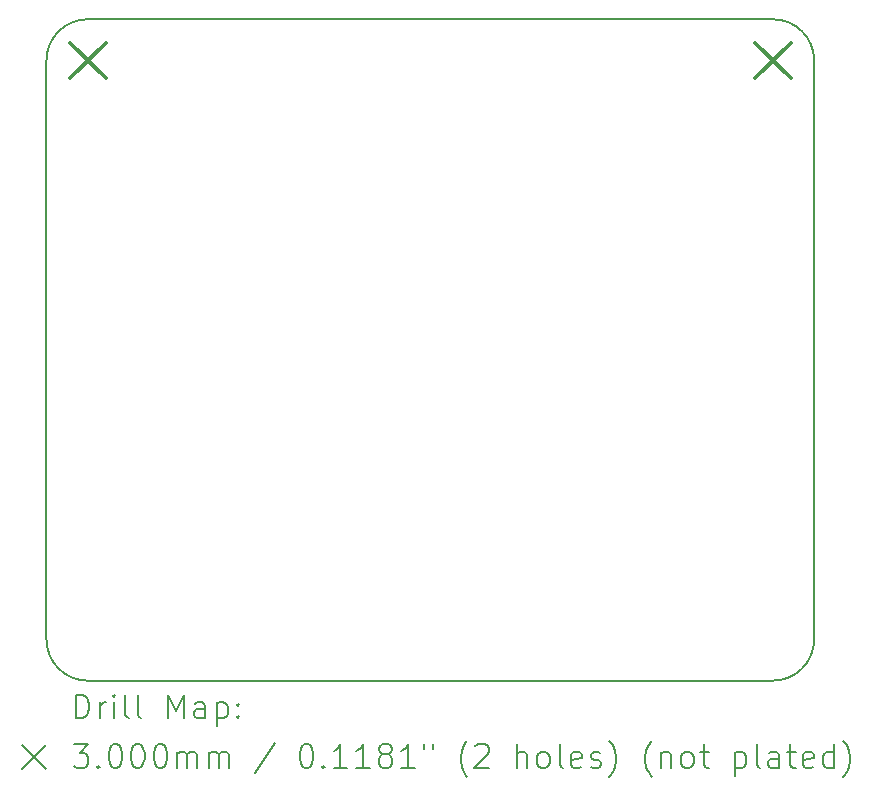
<source format=gbr>
%FSLAX45Y45*%
G04 Gerber Fmt 4.5, Leading zero omitted, Abs format (unit mm)*
G04 Created by KiCad (PCBNEW (6.0.2)) date 2022-07-05 13:03:24*
%MOMM*%
%LPD*%
G01*
G04 APERTURE LIST*
%TA.AperFunction,Profile*%
%ADD10C,0.150000*%
%TD*%
%ADD11C,0.200000*%
%ADD12C,0.300000*%
G04 APERTURE END LIST*
D10*
X11150000Y-5000000D02*
G75*
G03*
X10800000Y-4650000I-350000J0D01*
G01*
X5000000Y-4650000D02*
X10800000Y-4650000D01*
X5000000Y-10250000D02*
X10800000Y-10250000D01*
X11150000Y-5000000D02*
X11150000Y-9900000D01*
X10800000Y-10250000D02*
G75*
G03*
X11150000Y-9900000I0J350000D01*
G01*
X4650000Y-9900000D02*
G75*
G03*
X5000000Y-10250000I350000J0D01*
G01*
X5000000Y-4650000D02*
G75*
G03*
X4650000Y-5000000I0J-350000D01*
G01*
X4650000Y-5000000D02*
X4650000Y-9900000D01*
D11*
D12*
X4850000Y-4850000D02*
X5150000Y-5150000D01*
X5150000Y-4850000D02*
X4850000Y-5150000D01*
X10650000Y-4850000D02*
X10950000Y-5150000D01*
X10950000Y-4850000D02*
X10650000Y-5150000D01*
D11*
X4900119Y-10567976D02*
X4900119Y-10367976D01*
X4947738Y-10367976D01*
X4976310Y-10377500D01*
X4995357Y-10396548D01*
X5004881Y-10415595D01*
X5014405Y-10453690D01*
X5014405Y-10482262D01*
X5004881Y-10520357D01*
X4995357Y-10539405D01*
X4976310Y-10558452D01*
X4947738Y-10567976D01*
X4900119Y-10567976D01*
X5100119Y-10567976D02*
X5100119Y-10434643D01*
X5100119Y-10472738D02*
X5109643Y-10453690D01*
X5119167Y-10444167D01*
X5138214Y-10434643D01*
X5157262Y-10434643D01*
X5223929Y-10567976D02*
X5223929Y-10434643D01*
X5223929Y-10367976D02*
X5214405Y-10377500D01*
X5223929Y-10387024D01*
X5233452Y-10377500D01*
X5223929Y-10367976D01*
X5223929Y-10387024D01*
X5347738Y-10567976D02*
X5328690Y-10558452D01*
X5319167Y-10539405D01*
X5319167Y-10367976D01*
X5452500Y-10567976D02*
X5433452Y-10558452D01*
X5423929Y-10539405D01*
X5423929Y-10367976D01*
X5681071Y-10567976D02*
X5681071Y-10367976D01*
X5747738Y-10510833D01*
X5814405Y-10367976D01*
X5814405Y-10567976D01*
X5995357Y-10567976D02*
X5995357Y-10463214D01*
X5985833Y-10444167D01*
X5966786Y-10434643D01*
X5928690Y-10434643D01*
X5909643Y-10444167D01*
X5995357Y-10558452D02*
X5976309Y-10567976D01*
X5928690Y-10567976D01*
X5909643Y-10558452D01*
X5900119Y-10539405D01*
X5900119Y-10520357D01*
X5909643Y-10501310D01*
X5928690Y-10491786D01*
X5976309Y-10491786D01*
X5995357Y-10482262D01*
X6090595Y-10434643D02*
X6090595Y-10634643D01*
X6090595Y-10444167D02*
X6109643Y-10434643D01*
X6147738Y-10434643D01*
X6166786Y-10444167D01*
X6176309Y-10453690D01*
X6185833Y-10472738D01*
X6185833Y-10529881D01*
X6176309Y-10548929D01*
X6166786Y-10558452D01*
X6147738Y-10567976D01*
X6109643Y-10567976D01*
X6090595Y-10558452D01*
X6271548Y-10548929D02*
X6281071Y-10558452D01*
X6271548Y-10567976D01*
X6262024Y-10558452D01*
X6271548Y-10548929D01*
X6271548Y-10567976D01*
X6271548Y-10444167D02*
X6281071Y-10453690D01*
X6271548Y-10463214D01*
X6262024Y-10453690D01*
X6271548Y-10444167D01*
X6271548Y-10463214D01*
X4442500Y-10797500D02*
X4642500Y-10997500D01*
X4642500Y-10797500D02*
X4442500Y-10997500D01*
X4881071Y-10787976D02*
X5004881Y-10787976D01*
X4938214Y-10864167D01*
X4966786Y-10864167D01*
X4985833Y-10873690D01*
X4995357Y-10883214D01*
X5004881Y-10902262D01*
X5004881Y-10949881D01*
X4995357Y-10968929D01*
X4985833Y-10978452D01*
X4966786Y-10987976D01*
X4909643Y-10987976D01*
X4890595Y-10978452D01*
X4881071Y-10968929D01*
X5090595Y-10968929D02*
X5100119Y-10978452D01*
X5090595Y-10987976D01*
X5081071Y-10978452D01*
X5090595Y-10968929D01*
X5090595Y-10987976D01*
X5223929Y-10787976D02*
X5242976Y-10787976D01*
X5262024Y-10797500D01*
X5271548Y-10807024D01*
X5281071Y-10826071D01*
X5290595Y-10864167D01*
X5290595Y-10911786D01*
X5281071Y-10949881D01*
X5271548Y-10968929D01*
X5262024Y-10978452D01*
X5242976Y-10987976D01*
X5223929Y-10987976D01*
X5204881Y-10978452D01*
X5195357Y-10968929D01*
X5185833Y-10949881D01*
X5176310Y-10911786D01*
X5176310Y-10864167D01*
X5185833Y-10826071D01*
X5195357Y-10807024D01*
X5204881Y-10797500D01*
X5223929Y-10787976D01*
X5414405Y-10787976D02*
X5433452Y-10787976D01*
X5452500Y-10797500D01*
X5462024Y-10807024D01*
X5471548Y-10826071D01*
X5481071Y-10864167D01*
X5481071Y-10911786D01*
X5471548Y-10949881D01*
X5462024Y-10968929D01*
X5452500Y-10978452D01*
X5433452Y-10987976D01*
X5414405Y-10987976D01*
X5395357Y-10978452D01*
X5385833Y-10968929D01*
X5376310Y-10949881D01*
X5366786Y-10911786D01*
X5366786Y-10864167D01*
X5376310Y-10826071D01*
X5385833Y-10807024D01*
X5395357Y-10797500D01*
X5414405Y-10787976D01*
X5604881Y-10787976D02*
X5623928Y-10787976D01*
X5642976Y-10797500D01*
X5652500Y-10807024D01*
X5662024Y-10826071D01*
X5671548Y-10864167D01*
X5671548Y-10911786D01*
X5662024Y-10949881D01*
X5652500Y-10968929D01*
X5642976Y-10978452D01*
X5623928Y-10987976D01*
X5604881Y-10987976D01*
X5585833Y-10978452D01*
X5576310Y-10968929D01*
X5566786Y-10949881D01*
X5557262Y-10911786D01*
X5557262Y-10864167D01*
X5566786Y-10826071D01*
X5576310Y-10807024D01*
X5585833Y-10797500D01*
X5604881Y-10787976D01*
X5757262Y-10987976D02*
X5757262Y-10854643D01*
X5757262Y-10873690D02*
X5766786Y-10864167D01*
X5785833Y-10854643D01*
X5814405Y-10854643D01*
X5833452Y-10864167D01*
X5842976Y-10883214D01*
X5842976Y-10987976D01*
X5842976Y-10883214D02*
X5852500Y-10864167D01*
X5871548Y-10854643D01*
X5900119Y-10854643D01*
X5919167Y-10864167D01*
X5928690Y-10883214D01*
X5928690Y-10987976D01*
X6023928Y-10987976D02*
X6023928Y-10854643D01*
X6023928Y-10873690D02*
X6033452Y-10864167D01*
X6052500Y-10854643D01*
X6081071Y-10854643D01*
X6100119Y-10864167D01*
X6109643Y-10883214D01*
X6109643Y-10987976D01*
X6109643Y-10883214D02*
X6119167Y-10864167D01*
X6138214Y-10854643D01*
X6166786Y-10854643D01*
X6185833Y-10864167D01*
X6195357Y-10883214D01*
X6195357Y-10987976D01*
X6585833Y-10778452D02*
X6414405Y-11035595D01*
X6842976Y-10787976D02*
X6862024Y-10787976D01*
X6881071Y-10797500D01*
X6890595Y-10807024D01*
X6900119Y-10826071D01*
X6909643Y-10864167D01*
X6909643Y-10911786D01*
X6900119Y-10949881D01*
X6890595Y-10968929D01*
X6881071Y-10978452D01*
X6862024Y-10987976D01*
X6842976Y-10987976D01*
X6823928Y-10978452D01*
X6814405Y-10968929D01*
X6804881Y-10949881D01*
X6795357Y-10911786D01*
X6795357Y-10864167D01*
X6804881Y-10826071D01*
X6814405Y-10807024D01*
X6823928Y-10797500D01*
X6842976Y-10787976D01*
X6995357Y-10968929D02*
X7004881Y-10978452D01*
X6995357Y-10987976D01*
X6985833Y-10978452D01*
X6995357Y-10968929D01*
X6995357Y-10987976D01*
X7195357Y-10987976D02*
X7081071Y-10987976D01*
X7138214Y-10987976D02*
X7138214Y-10787976D01*
X7119167Y-10816548D01*
X7100119Y-10835595D01*
X7081071Y-10845119D01*
X7385833Y-10987976D02*
X7271548Y-10987976D01*
X7328690Y-10987976D02*
X7328690Y-10787976D01*
X7309643Y-10816548D01*
X7290595Y-10835595D01*
X7271548Y-10845119D01*
X7500119Y-10873690D02*
X7481071Y-10864167D01*
X7471548Y-10854643D01*
X7462024Y-10835595D01*
X7462024Y-10826071D01*
X7471548Y-10807024D01*
X7481071Y-10797500D01*
X7500119Y-10787976D01*
X7538214Y-10787976D01*
X7557262Y-10797500D01*
X7566786Y-10807024D01*
X7576309Y-10826071D01*
X7576309Y-10835595D01*
X7566786Y-10854643D01*
X7557262Y-10864167D01*
X7538214Y-10873690D01*
X7500119Y-10873690D01*
X7481071Y-10883214D01*
X7471548Y-10892738D01*
X7462024Y-10911786D01*
X7462024Y-10949881D01*
X7471548Y-10968929D01*
X7481071Y-10978452D01*
X7500119Y-10987976D01*
X7538214Y-10987976D01*
X7557262Y-10978452D01*
X7566786Y-10968929D01*
X7576309Y-10949881D01*
X7576309Y-10911786D01*
X7566786Y-10892738D01*
X7557262Y-10883214D01*
X7538214Y-10873690D01*
X7766786Y-10987976D02*
X7652500Y-10987976D01*
X7709643Y-10987976D02*
X7709643Y-10787976D01*
X7690595Y-10816548D01*
X7671548Y-10835595D01*
X7652500Y-10845119D01*
X7842976Y-10787976D02*
X7842976Y-10826071D01*
X7919167Y-10787976D02*
X7919167Y-10826071D01*
X8214405Y-11064167D02*
X8204881Y-11054643D01*
X8185833Y-11026071D01*
X8176309Y-11007024D01*
X8166786Y-10978452D01*
X8157262Y-10930833D01*
X8157262Y-10892738D01*
X8166786Y-10845119D01*
X8176309Y-10816548D01*
X8185833Y-10797500D01*
X8204881Y-10768929D01*
X8214405Y-10759405D01*
X8281071Y-10807024D02*
X8290595Y-10797500D01*
X8309643Y-10787976D01*
X8357262Y-10787976D01*
X8376309Y-10797500D01*
X8385833Y-10807024D01*
X8395357Y-10826071D01*
X8395357Y-10845119D01*
X8385833Y-10873690D01*
X8271548Y-10987976D01*
X8395357Y-10987976D01*
X8633452Y-10987976D02*
X8633452Y-10787976D01*
X8719167Y-10987976D02*
X8719167Y-10883214D01*
X8709643Y-10864167D01*
X8690595Y-10854643D01*
X8662024Y-10854643D01*
X8642976Y-10864167D01*
X8633452Y-10873690D01*
X8842976Y-10987976D02*
X8823929Y-10978452D01*
X8814405Y-10968929D01*
X8804881Y-10949881D01*
X8804881Y-10892738D01*
X8814405Y-10873690D01*
X8823929Y-10864167D01*
X8842976Y-10854643D01*
X8871548Y-10854643D01*
X8890595Y-10864167D01*
X8900119Y-10873690D01*
X8909643Y-10892738D01*
X8909643Y-10949881D01*
X8900119Y-10968929D01*
X8890595Y-10978452D01*
X8871548Y-10987976D01*
X8842976Y-10987976D01*
X9023929Y-10987976D02*
X9004881Y-10978452D01*
X8995357Y-10959405D01*
X8995357Y-10787976D01*
X9176310Y-10978452D02*
X9157262Y-10987976D01*
X9119167Y-10987976D01*
X9100119Y-10978452D01*
X9090595Y-10959405D01*
X9090595Y-10883214D01*
X9100119Y-10864167D01*
X9119167Y-10854643D01*
X9157262Y-10854643D01*
X9176310Y-10864167D01*
X9185833Y-10883214D01*
X9185833Y-10902262D01*
X9090595Y-10921310D01*
X9262024Y-10978452D02*
X9281071Y-10987976D01*
X9319167Y-10987976D01*
X9338214Y-10978452D01*
X9347738Y-10959405D01*
X9347738Y-10949881D01*
X9338214Y-10930833D01*
X9319167Y-10921310D01*
X9290595Y-10921310D01*
X9271548Y-10911786D01*
X9262024Y-10892738D01*
X9262024Y-10883214D01*
X9271548Y-10864167D01*
X9290595Y-10854643D01*
X9319167Y-10854643D01*
X9338214Y-10864167D01*
X9414405Y-11064167D02*
X9423929Y-11054643D01*
X9442976Y-11026071D01*
X9452500Y-11007024D01*
X9462024Y-10978452D01*
X9471548Y-10930833D01*
X9471548Y-10892738D01*
X9462024Y-10845119D01*
X9452500Y-10816548D01*
X9442976Y-10797500D01*
X9423929Y-10768929D01*
X9414405Y-10759405D01*
X9776310Y-11064167D02*
X9766786Y-11054643D01*
X9747738Y-11026071D01*
X9738214Y-11007024D01*
X9728690Y-10978452D01*
X9719167Y-10930833D01*
X9719167Y-10892738D01*
X9728690Y-10845119D01*
X9738214Y-10816548D01*
X9747738Y-10797500D01*
X9766786Y-10768929D01*
X9776310Y-10759405D01*
X9852500Y-10854643D02*
X9852500Y-10987976D01*
X9852500Y-10873690D02*
X9862024Y-10864167D01*
X9881071Y-10854643D01*
X9909643Y-10854643D01*
X9928690Y-10864167D01*
X9938214Y-10883214D01*
X9938214Y-10987976D01*
X10062024Y-10987976D02*
X10042976Y-10978452D01*
X10033452Y-10968929D01*
X10023929Y-10949881D01*
X10023929Y-10892738D01*
X10033452Y-10873690D01*
X10042976Y-10864167D01*
X10062024Y-10854643D01*
X10090595Y-10854643D01*
X10109643Y-10864167D01*
X10119167Y-10873690D01*
X10128690Y-10892738D01*
X10128690Y-10949881D01*
X10119167Y-10968929D01*
X10109643Y-10978452D01*
X10090595Y-10987976D01*
X10062024Y-10987976D01*
X10185833Y-10854643D02*
X10262024Y-10854643D01*
X10214405Y-10787976D02*
X10214405Y-10959405D01*
X10223929Y-10978452D01*
X10242976Y-10987976D01*
X10262024Y-10987976D01*
X10481071Y-10854643D02*
X10481071Y-11054643D01*
X10481071Y-10864167D02*
X10500119Y-10854643D01*
X10538214Y-10854643D01*
X10557262Y-10864167D01*
X10566786Y-10873690D01*
X10576310Y-10892738D01*
X10576310Y-10949881D01*
X10566786Y-10968929D01*
X10557262Y-10978452D01*
X10538214Y-10987976D01*
X10500119Y-10987976D01*
X10481071Y-10978452D01*
X10690595Y-10987976D02*
X10671548Y-10978452D01*
X10662024Y-10959405D01*
X10662024Y-10787976D01*
X10852500Y-10987976D02*
X10852500Y-10883214D01*
X10842976Y-10864167D01*
X10823929Y-10854643D01*
X10785833Y-10854643D01*
X10766786Y-10864167D01*
X10852500Y-10978452D02*
X10833452Y-10987976D01*
X10785833Y-10987976D01*
X10766786Y-10978452D01*
X10757262Y-10959405D01*
X10757262Y-10940357D01*
X10766786Y-10921310D01*
X10785833Y-10911786D01*
X10833452Y-10911786D01*
X10852500Y-10902262D01*
X10919167Y-10854643D02*
X10995357Y-10854643D01*
X10947738Y-10787976D02*
X10947738Y-10959405D01*
X10957262Y-10978452D01*
X10976310Y-10987976D01*
X10995357Y-10987976D01*
X11138214Y-10978452D02*
X11119167Y-10987976D01*
X11081071Y-10987976D01*
X11062024Y-10978452D01*
X11052500Y-10959405D01*
X11052500Y-10883214D01*
X11062024Y-10864167D01*
X11081071Y-10854643D01*
X11119167Y-10854643D01*
X11138214Y-10864167D01*
X11147738Y-10883214D01*
X11147738Y-10902262D01*
X11052500Y-10921310D01*
X11319167Y-10987976D02*
X11319167Y-10787976D01*
X11319167Y-10978452D02*
X11300119Y-10987976D01*
X11262024Y-10987976D01*
X11242976Y-10978452D01*
X11233452Y-10968929D01*
X11223928Y-10949881D01*
X11223928Y-10892738D01*
X11233452Y-10873690D01*
X11242976Y-10864167D01*
X11262024Y-10854643D01*
X11300119Y-10854643D01*
X11319167Y-10864167D01*
X11395357Y-11064167D02*
X11404881Y-11054643D01*
X11423928Y-11026071D01*
X11433452Y-11007024D01*
X11442976Y-10978452D01*
X11452500Y-10930833D01*
X11452500Y-10892738D01*
X11442976Y-10845119D01*
X11433452Y-10816548D01*
X11423928Y-10797500D01*
X11404881Y-10768929D01*
X11395357Y-10759405D01*
M02*

</source>
